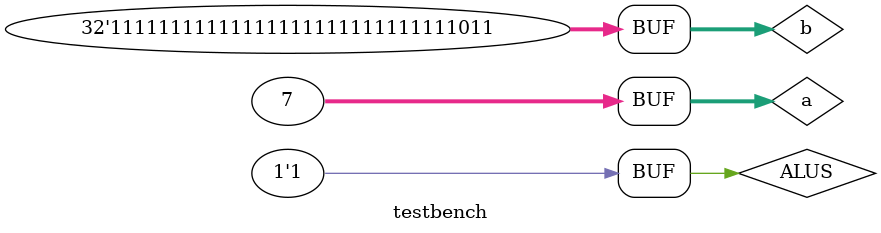
<source format=v>
`timescale 1ns/1ps
module testbench();

    reg[31:0] a,b;
    reg ALUS;
    wire[31:0] ALURes;
    wire SLT,ZERO,SLTU;

    ALU ALU(
        .ALUS(ALUS),
        .a(a),
        .b(b),
        .ALURes(ALURes),
        .SLT(SLT),
        .ZERO(ZERO),
        .SLTU(SLTU)
    );

    initial begin
        a=0;
        b=0;
        ALUS=0;
        #10;
        ALUS=1;
        a=5;
        b=7;
        #10;
        a=1127;
        b=56;
        #10;
        a=12323;
        b=12323;
        #10;
        a=-2147483647;
        b=1;
        #10;
        a=7;
        b=-5;
        #10;

    end

    initial begin
        $dumpfile("wave.vcd");
        $dumpvars(0,testbench);
    end

endmodule
</source>
